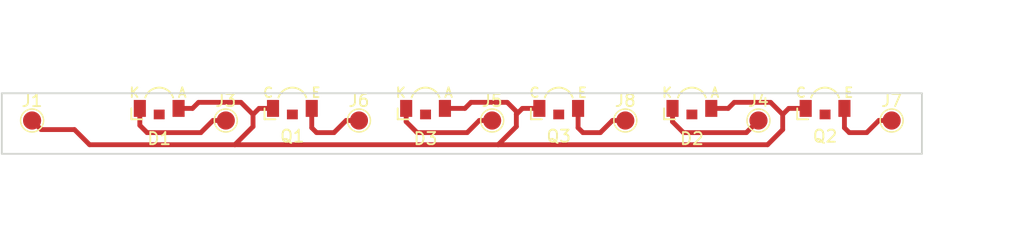
<source format=kicad_pcb>
(kicad_pcb (version 20171130) (host pcbnew 5.0.2-bee76a0~70~ubuntu18.04.1)

  (general
    (thickness 1.6)
    (drawings 11)
    (tracks 60)
    (zones 0)
    (modules 13)
    (nets 8)
  )

  (page A4)
  (layers
    (0 F.Cu signal)
    (31 B.Cu signal)
    (32 B.Adhes user)
    (33 F.Adhes user)
    (34 B.Paste user)
    (35 F.Paste user)
    (36 B.SilkS user)
    (37 F.SilkS user)
    (38 B.Mask user)
    (39 F.Mask user)
    (40 Dwgs.User user)
    (41 Cmts.User user)
    (42 Eco1.User user)
    (43 Eco2.User user)
    (44 Edge.Cuts user)
    (45 Margin user)
    (46 B.CrtYd user)
    (47 F.CrtYd user)
    (48 B.Fab user)
    (49 F.Fab user)
  )

  (setup
    (last_trace_width 0.4)
    (trace_clearance 0.2)
    (zone_clearance 0.508)
    (zone_45_only no)
    (trace_min 0.2)
    (segment_width 0.2)
    (edge_width 0.15)
    (via_size 0.8)
    (via_drill 0.4)
    (via_min_size 0.4)
    (via_min_drill 0.3)
    (uvia_size 0.3)
    (uvia_drill 0.1)
    (uvias_allowed no)
    (uvia_min_size 0.2)
    (uvia_min_drill 0.1)
    (pcb_text_width 0.3)
    (pcb_text_size 1.5 1.5)
    (mod_edge_width 0.15)
    (mod_text_size 1 1)
    (mod_text_width 0.15)
    (pad_size 1.524 1.524)
    (pad_drill 0.762)
    (pad_to_mask_clearance 0.051)
    (solder_mask_min_width 0.25)
    (aux_axis_origin 0 0)
    (visible_elements FFFFFF7F)
    (pcbplotparams
      (layerselection 0x010fc_ffffffff)
      (usegerberextensions true)
      (usegerberattributes false)
      (usegerberadvancedattributes false)
      (creategerberjobfile false)
      (excludeedgelayer true)
      (linewidth 0.100000)
      (plotframeref false)
      (viasonmask false)
      (mode 1)
      (useauxorigin false)
      (hpglpennumber 1)
      (hpglpenspeed 20)
      (hpglpendiameter 15.000000)
      (psnegative false)
      (psa4output false)
      (plotreference true)
      (plotvalue false)
      (plotinvisibletext false)
      (padsonsilk false)
      (subtractmaskfromsilk false)
      (outputformat 1)
      (mirror false)
      (drillshape 0)
      (scaleselection 1)
      (outputdirectory "grb"))
  )

  (net 0 "")
  (net 1 +5V)
  (net 2 "Net-(D1-Pad1)")
  (net 3 "Net-(D2-Pad1)")
  (net 4 "Net-(D3-Pad1)")
  (net 5 "Net-(J6-Pad1)")
  (net 6 "Net-(J7-Pad1)")
  (net 7 "Net-(J8-Pad1)")

  (net_class Default "This is the default net class."
    (clearance 0.2)
    (trace_width 0.4)
    (via_dia 0.8)
    (via_drill 0.4)
    (uvia_dia 0.3)
    (uvia_drill 0.1)
    (add_net +5V)
    (add_net "Net-(D1-Pad1)")
    (add_net "Net-(D2-Pad1)")
    (add_net "Net-(D3-Pad1)")
    (add_net "Net-(J6-Pad1)")
    (add_net "Net-(J7-Pad1)")
    (add_net "Net-(J8-Pad1)")
  )

  (module Roboy_mod:Everlight_3x2x1_side_lens_wide_LED (layer F.Cu) (tedit 5C1A7565) (tstamp 5C32818F)
    (at 143 85.25)
    (path /5C1A6090)
    (fp_text reference D1 (at 0 2.5) (layer F.SilkS)
      (effects (font (size 1 1) (thickness 0.15)))
    )
    (fp_text value LED (at 0 4.15) (layer F.Fab)
      (effects (font (size 1 1) (thickness 0.15)))
    )
    (fp_arc (start 0 -0.5) (end 1 -0.5) (angle -180) (layer F.Fab) (width 0.15))
    (fp_line (start -1.5 0.5) (end -1.5 -0.5) (layer F.Fab) (width 0.15))
    (fp_line (start 1.5 0.5) (end -1.5 0.5) (layer F.Fab) (width 0.15))
    (fp_line (start 1.5 -0.5) (end 1.5 0.5) (layer F.Fab) (width 0.15))
    (fp_line (start -1.5 -0.5) (end 1.5 -0.5) (layer F.Fab) (width 0.15))
    (fp_line (start -2.3 0) (end -2.3 0.9) (layer F.SilkS) (width 0.15))
    (fp_line (start -2.3 0.9) (end -1.4 0.9) (layer F.SilkS) (width 0.15))
    (fp_arc (start 0 -0.5) (end 1.15 -0.9) (angle -141.6419839) (layer F.SilkS) (width 0.15))
    (fp_line (start -2.4 1) (end 2.2 1) (layer F.CrtYd) (width 0.15))
    (fp_line (start 2.2 1) (end 2.2 -1.8) (layer F.CrtYd) (width 0.15))
    (fp_line (start 2.2 -1.8) (end -2.4 -1.8) (layer F.CrtYd) (width 0.15))
    (fp_line (start -2.4 -1.8) (end -2.4 1) (layer F.CrtYd) (width 0.15))
    (fp_text user K (at -2.05 -1.3) (layer F.SilkS)
      (effects (font (size 0.8 0.8) (thickness 0.15)))
    )
    (fp_text user A (at 1.9 -1.3) (layer F.SilkS)
      (effects (font (size 0.8 0.8) (thickness 0.15)))
    )
    (pad "" smd rect (at 0 0.5) (size 0.9 0.8) (layers F.Cu F.Paste F.Mask))
    (pad 2 smd rect (at 1.6 0) (size 1 1.4) (layers F.Cu F.Paste F.Mask)
      (net 1 +5V))
    (pad 1 smd rect (at -1.6 0) (size 1 1.4) (layers F.Cu F.Paste F.Mask)
      (net 2 "Net-(D1-Pad1)"))
  )

  (module Roboy_mod:Everlight_3x2x1_side_lens_wide_LED (layer F.Cu) (tedit 5C1A7565) (tstamp 5C328105)
    (at 187 85.25)
    (path /5C1A6309)
    (fp_text reference D2 (at 0 2.5) (layer F.SilkS)
      (effects (font (size 1 1) (thickness 0.15)))
    )
    (fp_text value LED (at 0 4.15) (layer F.Fab)
      (effects (font (size 1 1) (thickness 0.15)))
    )
    (fp_text user A (at 1.9 -1.3) (layer F.SilkS)
      (effects (font (size 0.8 0.8) (thickness 0.15)))
    )
    (fp_text user K (at -2.05 -1.3) (layer F.SilkS)
      (effects (font (size 0.8 0.8) (thickness 0.15)))
    )
    (fp_line (start -2.4 -1.8) (end -2.4 1) (layer F.CrtYd) (width 0.15))
    (fp_line (start 2.2 -1.8) (end -2.4 -1.8) (layer F.CrtYd) (width 0.15))
    (fp_line (start 2.2 1) (end 2.2 -1.8) (layer F.CrtYd) (width 0.15))
    (fp_line (start -2.4 1) (end 2.2 1) (layer F.CrtYd) (width 0.15))
    (fp_arc (start 0 -0.5) (end 1.15 -0.9) (angle -141.6419839) (layer F.SilkS) (width 0.15))
    (fp_line (start -2.3 0.9) (end -1.4 0.9) (layer F.SilkS) (width 0.15))
    (fp_line (start -2.3 0) (end -2.3 0.9) (layer F.SilkS) (width 0.15))
    (fp_line (start -1.5 -0.5) (end 1.5 -0.5) (layer F.Fab) (width 0.15))
    (fp_line (start 1.5 -0.5) (end 1.5 0.5) (layer F.Fab) (width 0.15))
    (fp_line (start 1.5 0.5) (end -1.5 0.5) (layer F.Fab) (width 0.15))
    (fp_line (start -1.5 0.5) (end -1.5 -0.5) (layer F.Fab) (width 0.15))
    (fp_arc (start 0 -0.5) (end 1 -0.5) (angle -180) (layer F.Fab) (width 0.15))
    (pad 1 smd rect (at -1.6 0) (size 1 1.4) (layers F.Cu F.Paste F.Mask)
      (net 3 "Net-(D2-Pad1)"))
    (pad 2 smd rect (at 1.6 0) (size 1 1.4) (layers F.Cu F.Paste F.Mask)
      (net 1 +5V))
    (pad "" smd rect (at 0 0.5) (size 0.9 0.8) (layers F.Cu F.Paste F.Mask))
  )

  (module Roboy_mod:Everlight_3x2x1_side_lens_wide_LED (layer F.Cu) (tedit 5C1A7565) (tstamp 5C328209)
    (at 165 85.25)
    (path /5C1A6329)
    (fp_text reference D3 (at 0 2.5) (layer F.SilkS)
      (effects (font (size 1 1) (thickness 0.15)))
    )
    (fp_text value LED (at 0 4.15) (layer F.Fab)
      (effects (font (size 1 1) (thickness 0.15)))
    )
    (fp_arc (start 0 -0.5) (end 1 -0.5) (angle -180) (layer F.Fab) (width 0.15))
    (fp_line (start -1.5 0.5) (end -1.5 -0.5) (layer F.Fab) (width 0.15))
    (fp_line (start 1.5 0.5) (end -1.5 0.5) (layer F.Fab) (width 0.15))
    (fp_line (start 1.5 -0.5) (end 1.5 0.5) (layer F.Fab) (width 0.15))
    (fp_line (start -1.5 -0.5) (end 1.5 -0.5) (layer F.Fab) (width 0.15))
    (fp_line (start -2.3 0) (end -2.3 0.9) (layer F.SilkS) (width 0.15))
    (fp_line (start -2.3 0.9) (end -1.4 0.9) (layer F.SilkS) (width 0.15))
    (fp_arc (start 0 -0.5) (end 1.15 -0.9) (angle -141.6419839) (layer F.SilkS) (width 0.15))
    (fp_line (start -2.4 1) (end 2.2 1) (layer F.CrtYd) (width 0.15))
    (fp_line (start 2.2 1) (end 2.2 -1.8) (layer F.CrtYd) (width 0.15))
    (fp_line (start 2.2 -1.8) (end -2.4 -1.8) (layer F.CrtYd) (width 0.15))
    (fp_line (start -2.4 -1.8) (end -2.4 1) (layer F.CrtYd) (width 0.15))
    (fp_text user K (at -2.05 -1.3) (layer F.SilkS)
      (effects (font (size 0.8 0.8) (thickness 0.15)))
    )
    (fp_text user A (at 1.9 -1.3) (layer F.SilkS)
      (effects (font (size 0.8 0.8) (thickness 0.15)))
    )
    (pad "" smd rect (at 0 0.5) (size 0.9 0.8) (layers F.Cu F.Paste F.Mask))
    (pad 2 smd rect (at 1.6 0) (size 1 1.4) (layers F.Cu F.Paste F.Mask)
      (net 1 +5V))
    (pad 1 smd rect (at -1.6 0) (size 1 1.4) (layers F.Cu F.Paste F.Mask)
      (net 4 "Net-(D3-Pad1)"))
  )

  (module TestPoint:TestPoint_Pad_D1.5mm (layer F.Cu) (tedit 5A0F774F) (tstamp 5C2843D5)
    (at 132.5 86.25)
    (descr "SMD pad as test Point, diameter 1.5mm")
    (tags "test point SMD pad")
    (path /5C1A8877)
    (attr virtual)
    (fp_text reference J1 (at 0 -1.648) (layer F.SilkS)
      (effects (font (size 1 1) (thickness 0.15)))
    )
    (fp_text value 5V (at 0 1.75) (layer F.Fab)
      (effects (font (size 1 1) (thickness 0.15)))
    )
    (fp_text user %R (at 0 -1.65) (layer F.Fab)
      (effects (font (size 1 1) (thickness 0.15)))
    )
    (fp_circle (center 0 0) (end 1.25 0) (layer F.CrtYd) (width 0.05))
    (fp_circle (center 0 0) (end 0 0.95) (layer F.SilkS) (width 0.12))
    (pad 1 smd circle (at 0 0) (size 1.5 1.5) (layers F.Cu F.Mask)
      (net 1 +5V))
  )

  (module TestPoint:TestPoint_Pad_D1.5mm (layer F.Cu) (tedit 5A0F774F) (tstamp 5C2843E5)
    (at 148.5 86.25)
    (descr "SMD pad as test Point, diameter 1.5mm")
    (tags "test point SMD pad")
    (path /5C1A7235)
    (attr virtual)
    (fp_text reference J3 (at 0 -1.648) (layer F.SilkS)
      (effects (font (size 1 1) (thickness 0.15)))
    )
    (fp_text value LED1 (at 0 1.75) (layer F.Fab)
      (effects (font (size 1 1) (thickness 0.15)))
    )
    (fp_text user %R (at 0 -1.65) (layer F.Fab)
      (effects (font (size 1 1) (thickness 0.15)))
    )
    (fp_circle (center 0 0) (end 1.25 0) (layer F.CrtYd) (width 0.05))
    (fp_circle (center 0 0) (end 0 0.95) (layer F.SilkS) (width 0.12))
    (pad 1 smd circle (at 0 0) (size 1.5 1.5) (layers F.Cu F.Mask)
      (net 2 "Net-(D1-Pad1)"))
  )

  (module TestPoint:TestPoint_Pad_D1.5mm (layer F.Cu) (tedit 5A0F774F) (tstamp 5C2843ED)
    (at 192.5 86.25)
    (descr "SMD pad as test Point, diameter 1.5mm")
    (tags "test point SMD pad")
    (path /5C1A7294)
    (attr virtual)
    (fp_text reference J4 (at 0 -1.648) (layer F.SilkS)
      (effects (font (size 1 1) (thickness 0.15)))
    )
    (fp_text value LED2 (at 0 1.75) (layer F.Fab)
      (effects (font (size 1 1) (thickness 0.15)))
    )
    (fp_circle (center 0 0) (end 0 0.95) (layer F.SilkS) (width 0.12))
    (fp_circle (center 0 0) (end 1.25 0) (layer F.CrtYd) (width 0.05))
    (fp_text user %R (at 0 -1.65) (layer F.Fab)
      (effects (font (size 1 1) (thickness 0.15)))
    )
    (pad 1 smd circle (at 0 0) (size 1.5 1.5) (layers F.Cu F.Mask)
      (net 3 "Net-(D2-Pad1)"))
  )

  (module TestPoint:TestPoint_Pad_D1.5mm (layer F.Cu) (tedit 5A0F774F) (tstamp 5C2843F5)
    (at 170.5 86.25)
    (descr "SMD pad as test Point, diameter 1.5mm")
    (tags "test point SMD pad")
    (path /5C1A72C0)
    (attr virtual)
    (fp_text reference J5 (at 0 -1.648) (layer F.SilkS)
      (effects (font (size 1 1) (thickness 0.15)))
    )
    (fp_text value LED3 (at 0 1.75) (layer F.Fab)
      (effects (font (size 1 1) (thickness 0.15)))
    )
    (fp_text user %R (at 0 -1.65) (layer F.Fab)
      (effects (font (size 1 1) (thickness 0.15)))
    )
    (fp_circle (center 0 0) (end 1.25 0) (layer F.CrtYd) (width 0.05))
    (fp_circle (center 0 0) (end 0 0.95) (layer F.SilkS) (width 0.12))
    (pad 1 smd circle (at 0 0) (size 1.5 1.5) (layers F.Cu F.Mask)
      (net 4 "Net-(D3-Pad1)"))
  )

  (module TestPoint:TestPoint_Pad_D1.5mm (layer F.Cu) (tedit 5A0F774F) (tstamp 5C2843FD)
    (at 159.5 86.25)
    (descr "SMD pad as test Point, diameter 1.5mm")
    (tags "test point SMD pad")
    (path /5C1A72EE)
    (attr virtual)
    (fp_text reference J6 (at 0 -1.648) (layer F.SilkS)
      (effects (font (size 1 1) (thickness 0.15)))
    )
    (fp_text value PT1 (at 0 1.75) (layer F.Fab)
      (effects (font (size 1 1) (thickness 0.15)))
    )
    (fp_circle (center 0 0) (end 0 0.95) (layer F.SilkS) (width 0.12))
    (fp_circle (center 0 0) (end 1.25 0) (layer F.CrtYd) (width 0.05))
    (fp_text user %R (at 0 -1.65) (layer F.Fab)
      (effects (font (size 1 1) (thickness 0.15)))
    )
    (pad 1 smd circle (at 0 0) (size 1.5 1.5) (layers F.Cu F.Mask)
      (net 5 "Net-(J6-Pad1)"))
  )

  (module TestPoint:TestPoint_Pad_D1.5mm (layer F.Cu) (tedit 5A0F774F) (tstamp 5C284405)
    (at 203.5 86.25)
    (descr "SMD pad as test Point, diameter 1.5mm")
    (tags "test point SMD pad")
    (path /5C1A733C)
    (attr virtual)
    (fp_text reference J7 (at 0 -1.648) (layer F.SilkS)
      (effects (font (size 1 1) (thickness 0.15)))
    )
    (fp_text value PT2 (at 0 1.75) (layer F.Fab)
      (effects (font (size 1 1) (thickness 0.15)))
    )
    (fp_text user %R (at 0 -1.65) (layer F.Fab)
      (effects (font (size 1 1) (thickness 0.15)))
    )
    (fp_circle (center 0 0) (end 1.25 0) (layer F.CrtYd) (width 0.05))
    (fp_circle (center 0 0) (end 0 0.95) (layer F.SilkS) (width 0.12))
    (pad 1 smd circle (at 0 0) (size 1.5 1.5) (layers F.Cu F.Mask)
      (net 6 "Net-(J7-Pad1)"))
  )

  (module TestPoint:TestPoint_Pad_D1.5mm (layer F.Cu) (tedit 5A0F774F) (tstamp 5C28440D)
    (at 181.5 86.25)
    (descr "SMD pad as test Point, diameter 1.5mm")
    (tags "test point SMD pad")
    (path /5C1A7380)
    (attr virtual)
    (fp_text reference J8 (at 0 -1.648) (layer F.SilkS)
      (effects (font (size 1 1) (thickness 0.15)))
    )
    (fp_text value PT3 (at 0 1.75) (layer F.Fab)
      (effects (font (size 1 1) (thickness 0.15)))
    )
    (fp_circle (center 0 0) (end 0 0.95) (layer F.SilkS) (width 0.12))
    (fp_circle (center 0 0) (end 1.25 0) (layer F.CrtYd) (width 0.05))
    (fp_text user %R (at 0 -1.65) (layer F.Fab)
      (effects (font (size 1 1) (thickness 0.15)))
    )
    (pad 1 smd circle (at 0 0) (size 1.5 1.5) (layers F.Cu F.Mask)
      (net 7 "Net-(J8-Pad1)"))
  )

  (module Roboy_mod:Everlight_3x2x1_side_lens_wide_Phototransistor (layer F.Cu) (tedit 5C1A7549) (tstamp 5C284422)
    (at 154 85.25)
    (path /5C1A617A)
    (fp_text reference Q1 (at 0 2.3) (layer F.SilkS)
      (effects (font (size 1 1) (thickness 0.15)))
    )
    (fp_text value Q_Photo_NPN (at 0 3.9) (layer F.Fab)
      (effects (font (size 1 1) (thickness 0.15)))
    )
    (fp_arc (start 0 -0.5) (end 1 -0.5) (angle -180) (layer F.Fab) (width 0.15))
    (fp_line (start -1.5 0.5) (end -1.5 -0.5) (layer F.Fab) (width 0.15))
    (fp_line (start 1.5 0.5) (end -1.5 0.5) (layer F.Fab) (width 0.15))
    (fp_line (start 1.5 -0.5) (end 1.5 0.5) (layer F.Fab) (width 0.15))
    (fp_line (start -1.5 -0.5) (end 1.5 -0.5) (layer F.Fab) (width 0.15))
    (fp_line (start -2.3 0) (end -2.3 0.9) (layer F.SilkS) (width 0.15))
    (fp_line (start -2.3 0.9) (end -1.4 0.9) (layer F.SilkS) (width 0.15))
    (fp_arc (start 0 -0.5) (end 1.15 -0.9) (angle -141.6419839) (layer F.SilkS) (width 0.15))
    (fp_line (start -2.4 1) (end 2.2 1) (layer F.CrtYd) (width 0.15))
    (fp_line (start 2.2 1) (end 2.2 -1.8) (layer F.CrtYd) (width 0.15))
    (fp_line (start 2.2 -1.8) (end -2.4 -1.8) (layer F.CrtYd) (width 0.15))
    (fp_line (start -2.4 -1.8) (end -2.4 1) (layer F.CrtYd) (width 0.15))
    (fp_text user C (at -2 -1.3) (layer F.SilkS)
      (effects (font (size 0.8 0.8) (thickness 0.15)))
    )
    (fp_text user E (at 1.95 -1.3) (layer F.SilkS)
      (effects (font (size 0.8 0.8) (thickness 0.15)))
    )
    (pad "" smd rect (at 0 0.5) (size 0.9 0.8) (layers F.Cu F.Paste F.Mask))
    (pad 2 smd rect (at 1.6 0) (size 1 1.4) (layers F.Cu F.Paste F.Mask)
      (net 5 "Net-(J6-Pad1)"))
    (pad 1 smd rect (at -1.6 0) (size 1 1.4) (layers F.Cu F.Paste F.Mask)
      (net 1 +5V))
  )

  (module Roboy_mod:Everlight_3x2x1_side_lens_wide_Phototransistor (layer F.Cu) (tedit 5C1A7549) (tstamp 5C284437)
    (at 198 85.25)
    (path /5C1A6441)
    (fp_text reference Q2 (at 0 2.3) (layer F.SilkS)
      (effects (font (size 1 1) (thickness 0.15)))
    )
    (fp_text value Q_Photo_NPN (at 0 3.9) (layer F.Fab)
      (effects (font (size 1 1) (thickness 0.15)))
    )
    (fp_text user E (at 1.95 -1.3) (layer F.SilkS)
      (effects (font (size 0.8 0.8) (thickness 0.15)))
    )
    (fp_text user C (at -2 -1.3) (layer F.SilkS)
      (effects (font (size 0.8 0.8) (thickness 0.15)))
    )
    (fp_line (start -2.4 -1.8) (end -2.4 1) (layer F.CrtYd) (width 0.15))
    (fp_line (start 2.2 -1.8) (end -2.4 -1.8) (layer F.CrtYd) (width 0.15))
    (fp_line (start 2.2 1) (end 2.2 -1.8) (layer F.CrtYd) (width 0.15))
    (fp_line (start -2.4 1) (end 2.2 1) (layer F.CrtYd) (width 0.15))
    (fp_arc (start 0 -0.5) (end 1.15 -0.9) (angle -141.6419839) (layer F.SilkS) (width 0.15))
    (fp_line (start -2.3 0.9) (end -1.4 0.9) (layer F.SilkS) (width 0.15))
    (fp_line (start -2.3 0) (end -2.3 0.9) (layer F.SilkS) (width 0.15))
    (fp_line (start -1.5 -0.5) (end 1.5 -0.5) (layer F.Fab) (width 0.15))
    (fp_line (start 1.5 -0.5) (end 1.5 0.5) (layer F.Fab) (width 0.15))
    (fp_line (start 1.5 0.5) (end -1.5 0.5) (layer F.Fab) (width 0.15))
    (fp_line (start -1.5 0.5) (end -1.5 -0.5) (layer F.Fab) (width 0.15))
    (fp_arc (start 0 -0.5) (end 1 -0.5) (angle -180) (layer F.Fab) (width 0.15))
    (pad 1 smd rect (at -1.6 0) (size 1 1.4) (layers F.Cu F.Paste F.Mask)
      (net 1 +5V))
    (pad 2 smd rect (at 1.6 0) (size 1 1.4) (layers F.Cu F.Paste F.Mask)
      (net 6 "Net-(J7-Pad1)"))
    (pad "" smd rect (at 0 0.5) (size 0.9 0.8) (layers F.Cu F.Paste F.Mask))
  )

  (module Roboy_mod:Everlight_3x2x1_side_lens_wide_Phototransistor (layer F.Cu) (tedit 5C1A7549) (tstamp 5C28444C)
    (at 176 85.25)
    (path /5C1A6477)
    (fp_text reference Q3 (at 0 2.3) (layer F.SilkS)
      (effects (font (size 1 1) (thickness 0.15)))
    )
    (fp_text value Q_Photo_NPN (at 0 3.9) (layer F.Fab)
      (effects (font (size 1 1) (thickness 0.15)))
    )
    (fp_arc (start 0 -0.5) (end 1 -0.5) (angle -180) (layer F.Fab) (width 0.15))
    (fp_line (start -1.5 0.5) (end -1.5 -0.5) (layer F.Fab) (width 0.15))
    (fp_line (start 1.5 0.5) (end -1.5 0.5) (layer F.Fab) (width 0.15))
    (fp_line (start 1.5 -0.5) (end 1.5 0.5) (layer F.Fab) (width 0.15))
    (fp_line (start -1.5 -0.5) (end 1.5 -0.5) (layer F.Fab) (width 0.15))
    (fp_line (start -2.3 0) (end -2.3 0.9) (layer F.SilkS) (width 0.15))
    (fp_line (start -2.3 0.9) (end -1.4 0.9) (layer F.SilkS) (width 0.15))
    (fp_arc (start 0 -0.5) (end 1.15 -0.9) (angle -141.6419839) (layer F.SilkS) (width 0.15))
    (fp_line (start -2.4 1) (end 2.2 1) (layer F.CrtYd) (width 0.15))
    (fp_line (start 2.2 1) (end 2.2 -1.8) (layer F.CrtYd) (width 0.15))
    (fp_line (start 2.2 -1.8) (end -2.4 -1.8) (layer F.CrtYd) (width 0.15))
    (fp_line (start -2.4 -1.8) (end -2.4 1) (layer F.CrtYd) (width 0.15))
    (fp_text user C (at -2 -1.3) (layer F.SilkS)
      (effects (font (size 0.8 0.8) (thickness 0.15)))
    )
    (fp_text user E (at 1.95 -1.3) (layer F.SilkS)
      (effects (font (size 0.8 0.8) (thickness 0.15)))
    )
    (pad "" smd rect (at 0 0.5) (size 0.9 0.8) (layers F.Cu F.Paste F.Mask))
    (pad 2 smd rect (at 1.6 0) (size 1 1.4) (layers F.Cu F.Paste F.Mask)
      (net 7 "Net-(J8-Pad1)"))
    (pad 1 smd rect (at -1.6 0) (size 1 1.4) (layers F.Cu F.Paste F.Mask)
      (net 1 +5V))
  )

  (dimension 11 (width 0.3) (layer Cmts.User)
    (gr_text "11.000 mm" (at 159.5 77.4) (layer Cmts.User)
      (effects (font (size 1.5 1.5) (thickness 0.3)))
    )
    (feature1 (pts (xy 165 84) (xy 165 78.913579)))
    (feature2 (pts (xy 154 84) (xy 154 78.913579)))
    (crossbar (pts (xy 154 79.5) (xy 165 79.5)))
    (arrow1a (pts (xy 165 79.5) (xy 163.873496 80.086421)))
    (arrow1b (pts (xy 165 79.5) (xy 163.873496 78.913579)))
    (arrow2a (pts (xy 154 79.5) (xy 155.126504 80.086421)))
    (arrow2b (pts (xy 154 79.5) (xy 155.126504 78.913579)))
  )
  (dimension 8 (width 0.3) (layer Cmts.User)
    (gr_text "8.000 mm" (at 202 79.9) (layer Cmts.User)
      (effects (font (size 1.5 1.5) (thickness 0.3)))
    )
    (feature1 (pts (xy 206 84) (xy 206 81.413579)))
    (feature2 (pts (xy 198 84) (xy 198 81.413579)))
    (crossbar (pts (xy 198 82) (xy 206 82)))
    (arrow1a (pts (xy 206 82) (xy 204.873496 82.586421)))
    (arrow1b (pts (xy 206 82) (xy 204.873496 81.413579)))
    (arrow2a (pts (xy 198 82) (xy 199.126504 82.586421)))
    (arrow2b (pts (xy 198 82) (xy 199.126504 81.413579)))
  )
  (dimension 8 (width 0.3) (layer Cmts.User)
    (gr_text "8.000 mm" (at 139 78.9) (layer Cmts.User)
      (effects (font (size 1.5 1.5) (thickness 0.3)))
    )
    (feature1 (pts (xy 143 84) (xy 143 80.413579)))
    (feature2 (pts (xy 135 84) (xy 135 80.413579)))
    (crossbar (pts (xy 135 81) (xy 143 81)))
    (arrow1a (pts (xy 143 81) (xy 141.873496 81.586421)))
    (arrow1b (pts (xy 143 81) (xy 141.873496 80.413579)))
    (arrow2a (pts (xy 135 81) (xy 136.126504 81.586421)))
    (arrow2b (pts (xy 135 81) (xy 136.126504 80.413579)))
  )
  (gr_line (start 143 84) (end 143 84.5) (layer Dwgs.User) (width 0.2))
  (dimension 5 (width 0.3) (layer Cmts.User)
    (gr_text "5.000 mm" (at 212.5 86.5 90) (layer Cmts.User)
      (effects (font (size 1.5 1.5) (thickness 0.3)))
    )
    (feature1 (pts (xy 206 84) (xy 210.986421 84)))
    (feature2 (pts (xy 206 89) (xy 210.986421 89)))
    (crossbar (pts (xy 210.4 89) (xy 210.4 84)))
    (arrow1a (pts (xy 210.4 84) (xy 210.986421 85.126504)))
    (arrow1b (pts (xy 210.4 84) (xy 209.813579 85.126504)))
    (arrow2a (pts (xy 210.4 89) (xy 210.986421 87.873496)))
    (arrow2b (pts (xy 210.4 89) (xy 209.813579 87.873496)))
  )
  (dimension 76 (width 0.3) (layer Cmts.User)
    (gr_text "76.000 mm" (at 168 97.85) (layer Cmts.User)
      (effects (font (size 1.5 1.5) (thickness 0.3)))
    )
    (feature1 (pts (xy 206 89) (xy 206 96.336421)))
    (feature2 (pts (xy 130 89) (xy 130 96.336421)))
    (crossbar (pts (xy 130 95.75) (xy 206 95.75)))
    (arrow1a (pts (xy 206 95.75) (xy 204.873496 96.336421)))
    (arrow1b (pts (xy 206 95.75) (xy 204.873496 95.163579)))
    (arrow2a (pts (xy 130 95.75) (xy 131.126504 96.336421)))
    (arrow2b (pts (xy 130 95.75) (xy 131.126504 95.163579)))
  )
  (gr_line (start 135 84) (end 135 89) (layer Dwgs.User) (width 0.2))
  (gr_line (start 130 89) (end 130 84) (layer Edge.Cuts) (width 0.15))
  (gr_line (start 206 89) (end 130 89) (layer Edge.Cuts) (width 0.15))
  (gr_line (start 206 84) (end 206 89) (layer Edge.Cuts) (width 0.15))
  (gr_line (start 130 84) (end 206 84) (layer Edge.Cuts) (width 0.15))

  (segment (start 133.249999 86.999999) (end 135.999999 86.999999) (width 0.4) (layer F.Cu) (net 1))
  (segment (start 132.5 86.25) (end 133.249999 86.999999) (width 0.4) (layer F.Cu) (net 1))
  (segment (start 135.999999 86.999999) (end 137.25 88.25) (width 0.4) (layer F.Cu) (net 1))
  (segment (start 137.25 88.25) (end 149.25 88.25) (width 0.4) (layer F.Cu) (net 1))
  (segment (start 149.25 88.25) (end 150.75 86.75) (width 0.4) (layer F.Cu) (net 1))
  (segment (start 150.75 86.75) (end 150.75 85.75) (width 0.4) (layer F.Cu) (net 1))
  (segment (start 151.25 85.25) (end 152.4 85.25) (width 0.4) (layer F.Cu) (net 1))
  (segment (start 150.75 85.75) (end 151.25 85.25) (width 0.4) (layer F.Cu) (net 1))
  (segment (start 150.75 85.75) (end 149.75 84.75) (width 0.4) (layer F.Cu) (net 1))
  (segment (start 149.75 84.75) (end 146.25 84.75) (width 0.4) (layer F.Cu) (net 1))
  (segment (start 146.25 84.75) (end 145.75 85.25) (width 0.4) (layer F.Cu) (net 1))
  (segment (start 145.75 85.25) (end 144.6 85.25) (width 0.4) (layer F.Cu) (net 1))
  (segment (start 149.25 88.25) (end 171 88.25) (width 0.4) (layer F.Cu) (net 1))
  (segment (start 171 88.25) (end 172.5 86.75) (width 0.4) (layer F.Cu) (net 1))
  (segment (start 172.5 86.75) (end 172.5 85.75) (width 0.4) (layer F.Cu) (net 1))
  (segment (start 173 85.25) (end 174.4 85.25) (width 0.4) (layer F.Cu) (net 1))
  (segment (start 172.5 85.75) (end 173 85.25) (width 0.4) (layer F.Cu) (net 1))
  (segment (start 172.5 85.75) (end 172.5 85.5) (width 0.4) (layer F.Cu) (net 1))
  (segment (start 172.5 85.5) (end 171.75 84.75) (width 0.4) (layer F.Cu) (net 1))
  (segment (start 171.75 84.75) (end 168.75 84.75) (width 0.4) (layer F.Cu) (net 1))
  (segment (start 168.25 85.25) (end 166.6 85.25) (width 0.4) (layer F.Cu) (net 1))
  (segment (start 168.75 84.75) (end 168.25 85.25) (width 0.4) (layer F.Cu) (net 1))
  (segment (start 195 85.25) (end 196.4 85.25) (width 0.4) (layer F.Cu) (net 1))
  (segment (start 194.5 87) (end 194.5 85.75) (width 0.4) (layer F.Cu) (net 1))
  (segment (start 171 88.25) (end 193.25 88.25) (width 0.4) (layer F.Cu) (net 1))
  (segment (start 194.5 85.75) (end 195 85.25) (width 0.4) (layer F.Cu) (net 1))
  (segment (start 193.25 88.25) (end 194.5 87) (width 0.4) (layer F.Cu) (net 1))
  (segment (start 194.5 85.75) (end 193.5 84.75) (width 0.4) (layer F.Cu) (net 1))
  (segment (start 193.5 84.75) (end 190.5 84.75) (width 0.4) (layer F.Cu) (net 1))
  (segment (start 190.5 84.75) (end 190 85.25) (width 0.4) (layer F.Cu) (net 1))
  (segment (start 190 85.25) (end 188.6 85.25) (width 0.4) (layer F.Cu) (net 1))
  (segment (start 147.43934 86.25) (end 146.43934 87.25) (width 0.4) (layer F.Cu) (net 2))
  (segment (start 148.5 86.25) (end 147.43934 86.25) (width 0.4) (layer F.Cu) (net 2))
  (segment (start 146.43934 87.25) (end 142 87.25) (width 0.4) (layer F.Cu) (net 2))
  (segment (start 141.4 86.65) (end 141.4 85.25) (width 0.4) (layer F.Cu) (net 2))
  (segment (start 142 87.25) (end 141.4 86.65) (width 0.4) (layer F.Cu) (net 2))
  (segment (start 192.5 86.25) (end 191.5 87.25) (width 0.4) (layer F.Cu) (net 3))
  (segment (start 185.4 86.35) (end 185.4 85.25) (width 0.4) (layer F.Cu) (net 3))
  (segment (start 186.3 87.25) (end 185.4 86.35) (width 0.4) (layer F.Cu) (net 3))
  (segment (start 191.5 87.25) (end 186.3 87.25) (width 0.4) (layer F.Cu) (net 3))
  (segment (start 169.43934 86.25) (end 168.43934 87.25) (width 0.4) (layer F.Cu) (net 4))
  (segment (start 170.5 86.25) (end 169.43934 86.25) (width 0.4) (layer F.Cu) (net 4))
  (segment (start 163.4 86.35) (end 163.4 85.25) (width 0.4) (layer F.Cu) (net 4))
  (segment (start 164.3 87.25) (end 163.4 86.35) (width 0.4) (layer F.Cu) (net 4))
  (segment (start 168.43934 87.25) (end 164.3 87.25) (width 0.4) (layer F.Cu) (net 4))
  (segment (start 156 87.25) (end 155.6 86.85) (width 0.4) (layer F.Cu) (net 5))
  (segment (start 155.6 86.85) (end 155.6 85.25) (width 0.4) (layer F.Cu) (net 5))
  (segment (start 159.5 86.25) (end 158.43934 86.25) (width 0.4) (layer F.Cu) (net 5))
  (segment (start 157.43934 87.25) (end 156 87.25) (width 0.4) (layer F.Cu) (net 5))
  (segment (start 158.43934 86.25) (end 157.43934 87.25) (width 0.4) (layer F.Cu) (net 5))
  (segment (start 202.43934 86.25) (end 201.43934 87.25) (width 0.4) (layer F.Cu) (net 6))
  (segment (start 203.5 86.25) (end 202.43934 86.25) (width 0.4) (layer F.Cu) (net 6))
  (segment (start 201.43934 87.25) (end 200 87.25) (width 0.4) (layer F.Cu) (net 6))
  (segment (start 199.6 86.85) (end 199.6 85.25) (width 0.4) (layer F.Cu) (net 6))
  (segment (start 200 87.25) (end 199.6 86.85) (width 0.4) (layer F.Cu) (net 6))
  (segment (start 177.6 86.85) (end 177.6 85.25) (width 0.4) (layer F.Cu) (net 7))
  (segment (start 178 87.25) (end 177.6 86.85) (width 0.4) (layer F.Cu) (net 7))
  (segment (start 181.5 86.25) (end 180.43934 86.25) (width 0.4) (layer F.Cu) (net 7))
  (segment (start 179.43934 87.25) (end 178 87.25) (width 0.4) (layer F.Cu) (net 7))
  (segment (start 180.43934 86.25) (end 179.43934 87.25) (width 0.4) (layer F.Cu) (net 7))

)

</source>
